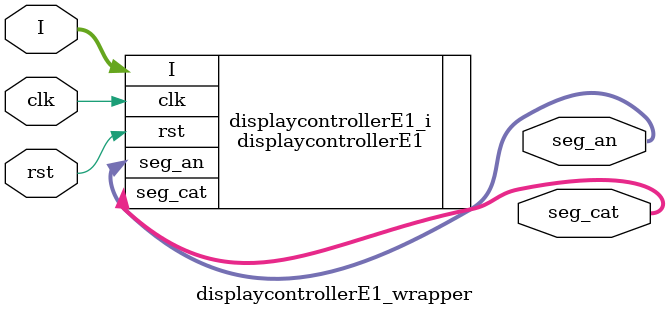
<source format=v>
`timescale 1 ps / 1 ps

module displaycontrollerE1_wrapper
   (I,
    clk,
    rst,
    seg_an,
    seg_cat);
  input [13:0]I;
  input clk;
  input rst;
  output [3:0]seg_an;
  output [7:0]seg_cat;

  wire [13:0]I;
  wire clk;
  wire rst;
  wire [3:0]seg_an;
  wire [7:0]seg_cat;

  displaycontrollerE1 displaycontrollerE1_i
       (.I(I),
        .clk(clk),
        .rst(rst),
        .seg_an(seg_an),
        .seg_cat(seg_cat));
endmodule

</source>
